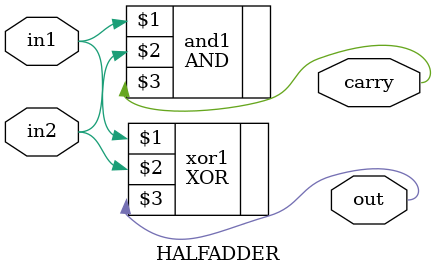
<source format=v>
module HALFADDER(
    input in1, in2,
    output out, carry
);
    XOR xor1(in1, in2, out);
    AND and1(in1, in2, carry);
endmodule

</source>
